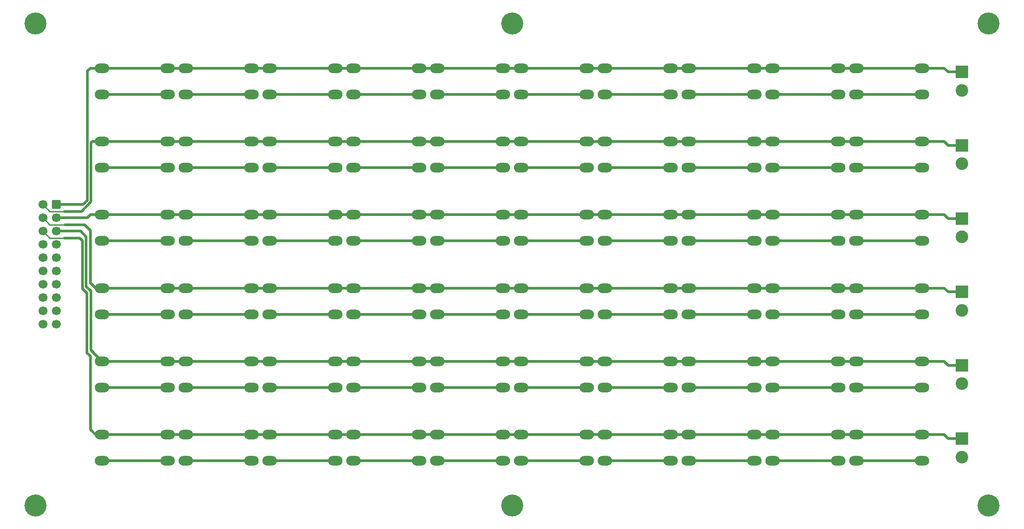
<source format=gtl>
%TF.GenerationSoftware,KiCad,Pcbnew,6.0.0-rc2-1.20211220git160328a.fc35*%
%TF.CreationDate,2022-01-03T09:57:56+00:00*%
%TF.ProjectId,Keypad_6x11,4b657970-6164-45f3-9678-31312e6b6963,rev?*%
%TF.SameCoordinates,Original*%
%TF.FileFunction,Copper,L1,Top*%
%TF.FilePolarity,Positive*%
%FSLAX46Y46*%
G04 Gerber Fmt 4.6, Leading zero omitted, Abs format (unit mm)*
G04 Created by KiCad (PCBNEW 6.0.0-rc2-1.20211220git160328a.fc35) date 2022-01-03 09:57:56*
%MOMM*%
%LPD*%
G01*
G04 APERTURE LIST*
G04 Aperture macros list*
%AMRoundRect*
0 Rectangle with rounded corners*
0 $1 Rounding radius*
0 $2 $3 $4 $5 $6 $7 $8 $9 X,Y pos of 4 corners*
0 Add a 4 corners polygon primitive as box body*
4,1,4,$2,$3,$4,$5,$6,$7,$8,$9,$2,$3,0*
0 Add four circle primitives for the rounded corners*
1,1,$1+$1,$2,$3*
1,1,$1+$1,$4,$5*
1,1,$1+$1,$6,$7*
1,1,$1+$1,$8,$9*
0 Add four rect primitives between the rounded corners*
20,1,$1+$1,$2,$3,$4,$5,0*
20,1,$1+$1,$4,$5,$6,$7,0*
20,1,$1+$1,$6,$7,$8,$9,0*
20,1,$1+$1,$8,$9,$2,$3,0*%
G04 Aperture macros list end*
%TA.AperFunction,ComponentPad*%
%ADD10O,2.750000X1.850000*%
%TD*%
%TA.AperFunction,ComponentPad*%
%ADD11C,4.201160*%
%TD*%
%TA.AperFunction,ComponentPad*%
%ADD12R,2.400000X2.400000*%
%TD*%
%TA.AperFunction,ComponentPad*%
%ADD13C,2.400000*%
%TD*%
%TA.AperFunction,ComponentPad*%
%ADD14RoundRect,0.250000X0.600000X0.600000X-0.600000X0.600000X-0.600000X-0.600000X0.600000X-0.600000X0*%
%TD*%
%TA.AperFunction,ComponentPad*%
%ADD15C,1.700000*%
%TD*%
%TA.AperFunction,Conductor*%
%ADD16C,0.500000*%
%TD*%
%TA.AperFunction,Conductor*%
%ADD17C,0.250000*%
%TD*%
G04 APERTURE END LIST*
D10*
X156250000Y-70500000D03*
X143750000Y-70500000D03*
X143750000Y-75500000D03*
X156250000Y-75500000D03*
X188250000Y-56500000D03*
X175750000Y-56500000D03*
X188250000Y-61500000D03*
X175750000Y-61500000D03*
X207750000Y-84500000D03*
X220250000Y-84500000D03*
X207750000Y-89500000D03*
X220250000Y-89500000D03*
X95750000Y-42500000D03*
X108250000Y-42500000D03*
X108250000Y-47500000D03*
X95750000Y-47500000D03*
X191750000Y-98500000D03*
X204250000Y-98500000D03*
X204250000Y-103500000D03*
X191750000Y-103500000D03*
X111750000Y-98500000D03*
X124250000Y-98500000D03*
X124250000Y-103500000D03*
X111750000Y-103500000D03*
X159750000Y-84500000D03*
X172250000Y-84500000D03*
X159750000Y-89500000D03*
X172250000Y-89500000D03*
X95750000Y-70500000D03*
X108250000Y-70500000D03*
X108250000Y-75500000D03*
X95750000Y-75500000D03*
X95750000Y-98500000D03*
X108250000Y-98500000D03*
X108250000Y-103500000D03*
X95750000Y-103500000D03*
X127750000Y-56500000D03*
X140250000Y-56500000D03*
X127750000Y-61500000D03*
X140250000Y-61500000D03*
X188250000Y-98500000D03*
X175750000Y-98500000D03*
X175750000Y-103500000D03*
X188250000Y-103500000D03*
X143750000Y-98500000D03*
X156250000Y-98500000D03*
X143750000Y-103500000D03*
X156250000Y-103500000D03*
X172250000Y-112500000D03*
X159750000Y-112500000D03*
X159750000Y-117500000D03*
X172250000Y-117500000D03*
X172250000Y-42500000D03*
X159750000Y-42500000D03*
X172250000Y-47500000D03*
X159750000Y-47500000D03*
X92250000Y-56500000D03*
X79750000Y-56500000D03*
X79750000Y-61500000D03*
X92250000Y-61500000D03*
X223750000Y-42500000D03*
X236250000Y-42500000D03*
X223750000Y-47500000D03*
X236250000Y-47500000D03*
X124250000Y-42500000D03*
X111750000Y-42500000D03*
X111750000Y-47500000D03*
X124250000Y-47500000D03*
D11*
X67000000Y-34000000D03*
D10*
X236250000Y-112500000D03*
X223750000Y-112500000D03*
X223750000Y-117500000D03*
X236250000Y-117500000D03*
X140250000Y-42500000D03*
X127750000Y-42500000D03*
X127750000Y-47500000D03*
X140250000Y-47500000D03*
X79750000Y-98500000D03*
X92250000Y-98500000D03*
X79750000Y-103500000D03*
X92250000Y-103500000D03*
X156250000Y-84500000D03*
X143750000Y-84500000D03*
X156250000Y-89500000D03*
X143750000Y-89500000D03*
D11*
X249000000Y-126000000D03*
X158000000Y-126000000D03*
D10*
X236250000Y-56500000D03*
X223750000Y-56500000D03*
X236250000Y-61500000D03*
X223750000Y-61500000D03*
X191750000Y-70500000D03*
X204250000Y-70500000D03*
X191750000Y-75500000D03*
X204250000Y-75500000D03*
X79750000Y-112500000D03*
X92250000Y-112500000D03*
X92250000Y-117500000D03*
X79750000Y-117500000D03*
X191750000Y-112500000D03*
X204250000Y-112500000D03*
X191750000Y-117500000D03*
X204250000Y-117500000D03*
X108250000Y-84500000D03*
X95750000Y-84500000D03*
X108250000Y-89500000D03*
X95750000Y-89500000D03*
X191750000Y-42500000D03*
X204250000Y-42500000D03*
X191750000Y-47500000D03*
X204250000Y-47500000D03*
X79750000Y-84500000D03*
X92250000Y-84500000D03*
X92250000Y-89500000D03*
X79750000Y-89500000D03*
X111750000Y-70500000D03*
X124250000Y-70500000D03*
X111750000Y-75500000D03*
X124250000Y-75500000D03*
X207750000Y-98500000D03*
X220250000Y-98500000D03*
X207750000Y-103500000D03*
X220250000Y-103500000D03*
X188250000Y-42500000D03*
X175750000Y-42500000D03*
X188250000Y-47500000D03*
X175750000Y-47500000D03*
X188250000Y-70500000D03*
X175750000Y-70500000D03*
X188250000Y-75500000D03*
X175750000Y-75500000D03*
X220250000Y-112500000D03*
X207750000Y-112500000D03*
X207750000Y-117500000D03*
X220250000Y-117500000D03*
D11*
X67000000Y-126000000D03*
D10*
X124250000Y-112500000D03*
X111750000Y-112500000D03*
X111750000Y-117500000D03*
X124250000Y-117500000D03*
X204250000Y-56500000D03*
X191750000Y-56500000D03*
X204250000Y-61500000D03*
X191750000Y-61500000D03*
X156250000Y-56500000D03*
X143750000Y-56500000D03*
X143750000Y-61500000D03*
X156250000Y-61500000D03*
X207750000Y-70500000D03*
X220250000Y-70500000D03*
X207750000Y-75500000D03*
X220250000Y-75500000D03*
X79750000Y-42500000D03*
X92250000Y-42500000D03*
X79750000Y-47500000D03*
X92250000Y-47500000D03*
X140250000Y-112500000D03*
X127750000Y-112500000D03*
X140250000Y-117500000D03*
X127750000Y-117500000D03*
X124250000Y-84500000D03*
X111750000Y-84500000D03*
X111750000Y-89500000D03*
X124250000Y-89500000D03*
X223750000Y-70500000D03*
X236250000Y-70500000D03*
X236250000Y-75500000D03*
X223750000Y-75500000D03*
X172250000Y-56500000D03*
X159750000Y-56500000D03*
X172250000Y-61500000D03*
X159750000Y-61500000D03*
X79750000Y-70500000D03*
X92250000Y-70500000D03*
X79750000Y-75500000D03*
X92250000Y-75500000D03*
X143750000Y-42500000D03*
X156250000Y-42500000D03*
X143750000Y-47500000D03*
X156250000Y-47500000D03*
X175750000Y-84500000D03*
X188250000Y-84500000D03*
X188250000Y-89500000D03*
X175750000Y-89500000D03*
X140250000Y-70500000D03*
X127750000Y-70500000D03*
X127750000Y-75500000D03*
X140250000Y-75500000D03*
D11*
X158000000Y-34000000D03*
D10*
X172250000Y-98500000D03*
X159750000Y-98500000D03*
X159750000Y-103500000D03*
X172250000Y-103500000D03*
X140250000Y-98500000D03*
X127750000Y-98500000D03*
X140250000Y-103500000D03*
X127750000Y-103500000D03*
D11*
X249000000Y-34000000D03*
D10*
X95750000Y-112500000D03*
X108250000Y-112500000D03*
X108250000Y-117500000D03*
X95750000Y-117500000D03*
X156250000Y-112500000D03*
X143750000Y-112500000D03*
X143750000Y-117500000D03*
X156250000Y-117500000D03*
X95750000Y-56500000D03*
X108250000Y-56500000D03*
X95750000Y-61500000D03*
X108250000Y-61500000D03*
X124250000Y-56500000D03*
X111750000Y-56500000D03*
X111750000Y-61500000D03*
X124250000Y-61500000D03*
X220250000Y-42500000D03*
X207750000Y-42500000D03*
X207750000Y-47500000D03*
X220250000Y-47500000D03*
X159750000Y-70500000D03*
X172250000Y-70500000D03*
X159750000Y-75500000D03*
X172250000Y-75500000D03*
X191750000Y-84500000D03*
X204250000Y-84500000D03*
X191750000Y-89500000D03*
X204250000Y-89500000D03*
X140250000Y-84500000D03*
X127750000Y-84500000D03*
X140250000Y-89500000D03*
X127750000Y-89500000D03*
X175750000Y-112500000D03*
X188250000Y-112500000D03*
X188250000Y-117500000D03*
X175750000Y-117500000D03*
X207750000Y-56500000D03*
X220250000Y-56500000D03*
X207750000Y-61500000D03*
X220250000Y-61500000D03*
X223750000Y-98500000D03*
X236250000Y-98500000D03*
X223750000Y-103500000D03*
X236250000Y-103500000D03*
X236250000Y-84500000D03*
X223750000Y-84500000D03*
X223750000Y-89500000D03*
X236250000Y-89500000D03*
D12*
X243900000Y-43250000D03*
D13*
X243900000Y-46750000D03*
D12*
X243900000Y-57250000D03*
D13*
X243900000Y-60750000D03*
D12*
X243900000Y-113250000D03*
D13*
X243900000Y-116750000D03*
D12*
X243900000Y-99250000D03*
D13*
X243900000Y-102750000D03*
D12*
X243900000Y-71250000D03*
D13*
X243900000Y-74750000D03*
D14*
X71000000Y-68570000D03*
D15*
X68460000Y-68570000D03*
X71000000Y-71110000D03*
X68460000Y-71110000D03*
X71000000Y-73650000D03*
X68460000Y-73650000D03*
X71000000Y-76190000D03*
X68460000Y-76190000D03*
X71000000Y-78730000D03*
X68460000Y-78730000D03*
X71000000Y-81270000D03*
X68460000Y-81270000D03*
X71000000Y-83810000D03*
X68460000Y-83810000D03*
X71000000Y-86350000D03*
X68460000Y-86350000D03*
X71000000Y-88890000D03*
X68460000Y-88890000D03*
X71000000Y-91430000D03*
X68460000Y-91430000D03*
D12*
X243900000Y-85250000D03*
D13*
X243900000Y-88750000D03*
D16*
X79750000Y-47500000D02*
X92250000Y-47500000D01*
X95750000Y-47500000D02*
X108250000Y-47500000D01*
X111750000Y-47500000D02*
X124250000Y-47500000D01*
X127750000Y-47500000D02*
X140250000Y-47500000D01*
X143750000Y-47500000D02*
X156250000Y-47500000D01*
X159750000Y-47500000D02*
X172250000Y-47500000D01*
X175750000Y-47500000D02*
X188250000Y-47500000D01*
X191750000Y-47500000D02*
X204250000Y-47500000D01*
X207750000Y-47500000D02*
X220250000Y-47500000D01*
X223750000Y-47500000D02*
X236250000Y-47500000D01*
X92250000Y-61500000D02*
X79750000Y-61500000D01*
X108250000Y-61500000D02*
X95750000Y-61500000D01*
X124250000Y-61500000D02*
X111750000Y-61500000D01*
X140250000Y-61500000D02*
X127750000Y-61500000D01*
X143750000Y-61500000D02*
X156250000Y-61500000D01*
X159750000Y-61500000D02*
X172250000Y-61500000D01*
X175750000Y-61500000D02*
X188250000Y-61500000D01*
X191750000Y-61500000D02*
X204250000Y-61500000D01*
X207750000Y-61500000D02*
X220250000Y-61500000D01*
X223750000Y-61500000D02*
X236250000Y-61500000D01*
X79750000Y-75500000D02*
X92250000Y-75500000D01*
X95750000Y-75500000D02*
X108250000Y-75500000D01*
X111750000Y-75500000D02*
X124250000Y-75500000D01*
X140250000Y-75500000D02*
X127750000Y-75500000D01*
X156250000Y-75500000D02*
X143750000Y-75500000D01*
X172250000Y-75500000D02*
X159750000Y-75500000D01*
X188250000Y-75500000D02*
X175750000Y-75500000D01*
X204250000Y-75500000D02*
X191750000Y-75500000D01*
X220250000Y-75500000D02*
X207750000Y-75500000D01*
X236250000Y-75500000D02*
X223750000Y-75500000D01*
X92250000Y-89500000D02*
X79750000Y-89500000D01*
X108250000Y-89500000D02*
X95750000Y-89500000D01*
X124250000Y-89500000D02*
X111750000Y-89500000D01*
X140250000Y-89500000D02*
X127750000Y-89500000D01*
X156250000Y-89500000D02*
X143750000Y-89500000D01*
X159750000Y-89500000D02*
X172250000Y-89500000D01*
X175750000Y-89500000D02*
X188250000Y-89500000D01*
X191750000Y-89500000D02*
X204250000Y-89500000D01*
X207750000Y-89500000D02*
X220250000Y-89500000D01*
X223750000Y-89500000D02*
X236250000Y-89500000D01*
X79750000Y-103500000D02*
X92250000Y-103500000D01*
X95750000Y-103500000D02*
X108250000Y-103500000D01*
X111750000Y-103500000D02*
X124250000Y-103500000D01*
X127750000Y-103500000D02*
X140250000Y-103500000D01*
X143750000Y-103500000D02*
X156250000Y-103500000D01*
X159750000Y-103500000D02*
X172250000Y-103500000D01*
X188250000Y-103500000D02*
X175750000Y-103500000D01*
X191750000Y-103500000D02*
X204250000Y-103500000D01*
X207750000Y-103500000D02*
X220250000Y-103500000D01*
X223750000Y-103500000D02*
X236250000Y-103500000D01*
X92250000Y-117500000D02*
X79750000Y-117500000D01*
X108250000Y-117500000D02*
X95750000Y-117500000D01*
X124250000Y-117500000D02*
X111750000Y-117500000D01*
X140250000Y-117500000D02*
X127750000Y-117500000D01*
X156250000Y-117500000D02*
X143750000Y-117500000D01*
X172250000Y-117500000D02*
X159750000Y-117500000D01*
X175750000Y-117500000D02*
X188250000Y-117500000D01*
X204250000Y-117500000D02*
X191750000Y-117500000D01*
X220250000Y-117500000D02*
X207750000Y-117500000D01*
X236250000Y-117500000D02*
X223750000Y-117500000D01*
X108250000Y-42500000D02*
X95750000Y-42500000D01*
X76925480Y-67762026D02*
X76925480Y-43074520D01*
X188250000Y-42500000D02*
X175750000Y-42500000D01*
X207750000Y-42500000D02*
X204250000Y-42500000D01*
X95750000Y-42500000D02*
X92250000Y-42500000D01*
X111750000Y-42500000D02*
X108250000Y-42500000D01*
X76925480Y-43074520D02*
X77500000Y-42500000D01*
X204250000Y-42500000D02*
X191750000Y-42500000D01*
X156250000Y-42500000D02*
X143750000Y-42500000D01*
X140250000Y-42500000D02*
X127750000Y-42500000D01*
X92250000Y-42500000D02*
X79750000Y-42500000D01*
X223750000Y-42500000D02*
X220250000Y-42500000D01*
X127750000Y-42500000D02*
X124250000Y-42500000D01*
X191750000Y-42500000D02*
X188250000Y-42500000D01*
X240500000Y-42500000D02*
X236250000Y-42500000D01*
X172250000Y-42500000D02*
X175750000Y-42500000D01*
X124250000Y-42500000D02*
X111750000Y-42500000D01*
X77500000Y-42500000D02*
X79750000Y-42500000D01*
X156250000Y-42500000D02*
X159750000Y-42500000D01*
X76117506Y-68570000D02*
X76925480Y-67762026D01*
X243900000Y-43250000D02*
X241250000Y-43250000D01*
X143750000Y-42500000D02*
X140250000Y-42500000D01*
X236250000Y-42500000D02*
X223750000Y-42500000D01*
X241250000Y-43250000D02*
X240500000Y-42500000D01*
X71000000Y-68570000D02*
X76117506Y-68570000D01*
X159750000Y-42500000D02*
X172250000Y-42500000D01*
X220250000Y-42500000D02*
X207750000Y-42500000D01*
X240500000Y-56500000D02*
X236250000Y-56500000D01*
X92250000Y-56500000D02*
X79750000Y-56500000D01*
X108250000Y-56500000D02*
X95750000Y-56500000D01*
X172250000Y-56500000D02*
X175750000Y-56500000D01*
X111750000Y-56500000D02*
X108250000Y-56500000D01*
X75826776Y-69850000D02*
X77624999Y-68051777D01*
X77625000Y-56750000D02*
X77875000Y-56500000D01*
X127750000Y-56500000D02*
X124250000Y-56500000D01*
X143750000Y-56500000D02*
X140250000Y-56500000D01*
X241250000Y-57250000D02*
X240500000Y-56500000D01*
D17*
X69740000Y-69850000D02*
X68460000Y-68570000D01*
D16*
X156250000Y-56500000D02*
X159750000Y-56500000D01*
X159750000Y-56500000D02*
X172250000Y-56500000D01*
X140250000Y-56500000D02*
X127750000Y-56500000D01*
X124250000Y-56500000D02*
X111750000Y-56500000D01*
X243900000Y-57250000D02*
X241250000Y-57250000D01*
X175750000Y-56500000D02*
X188250000Y-56500000D01*
X77624999Y-68051777D02*
X77625000Y-56750000D01*
X72500000Y-69850000D02*
X75826776Y-69850000D01*
X191750000Y-56500000D02*
X204250000Y-56500000D01*
X188250000Y-56500000D02*
X191750000Y-56500000D01*
X77875000Y-56500000D02*
X79750000Y-56500000D01*
X95750000Y-56500000D02*
X92250000Y-56500000D01*
D17*
X72500000Y-69850000D02*
X69740000Y-69850000D01*
D16*
X223750000Y-56500000D02*
X220250000Y-56500000D01*
X236250000Y-56500000D02*
X223750000Y-56500000D01*
X207750000Y-56500000D02*
X204250000Y-56500000D01*
X220250000Y-56500000D02*
X207750000Y-56500000D01*
X156250000Y-56500000D02*
X143750000Y-56500000D01*
X172250000Y-70500000D02*
X175750000Y-70500000D01*
X143750000Y-70500000D02*
X140250000Y-70500000D01*
X95750000Y-70500000D02*
X92250000Y-70500000D01*
X241250000Y-71250000D02*
X240500000Y-70500000D01*
X223750000Y-70500000D02*
X220250000Y-70500000D01*
X159750000Y-70500000D02*
X172250000Y-70500000D01*
X92250000Y-70500000D02*
X79750000Y-70500000D01*
X124250000Y-70500000D02*
X111750000Y-70500000D01*
X140250000Y-70500000D02*
X127750000Y-70500000D01*
X156250000Y-70500000D02*
X159750000Y-70500000D01*
X220250000Y-70500000D02*
X207750000Y-70500000D01*
X127750000Y-70500000D02*
X124250000Y-70500000D01*
X240500000Y-70500000D02*
X236250000Y-70500000D01*
X191750000Y-70500000D02*
X188250000Y-70500000D01*
X71000000Y-71110000D02*
X76890000Y-71110000D01*
X77500000Y-70500000D02*
X79750000Y-70500000D01*
X111750000Y-70500000D02*
X108250000Y-70500000D01*
X108250000Y-70500000D02*
X95750000Y-70500000D01*
X76890000Y-71110000D02*
X77500000Y-70500000D01*
X207750000Y-70500000D02*
X204250000Y-70500000D01*
X236250000Y-70500000D02*
X223750000Y-70500000D01*
X156250000Y-70500000D02*
X143750000Y-70500000D01*
X204250000Y-70500000D02*
X191750000Y-70500000D01*
X188250000Y-70500000D02*
X175750000Y-70500000D01*
X243900000Y-71250000D02*
X241250000Y-71250000D01*
X72600000Y-72400000D02*
X76400000Y-72400000D01*
X111750000Y-84500000D02*
X108250000Y-84500000D01*
X108250000Y-84500000D02*
X95750000Y-84500000D01*
D17*
X69750000Y-72400000D02*
X68460000Y-71110000D01*
D16*
X207750000Y-84500000D02*
X204500000Y-84500000D01*
X240500000Y-84500000D02*
X236250000Y-84500000D01*
X124250000Y-84500000D02*
X111750000Y-84500000D01*
X78500000Y-84500000D02*
X79750000Y-84500000D01*
X204250000Y-84500000D02*
X191750000Y-84500000D01*
X220250000Y-84500000D02*
X207750000Y-84500000D01*
X95750000Y-84500000D02*
X92250000Y-84500000D01*
X236250000Y-84500000D02*
X223750000Y-84500000D01*
X143750000Y-84500000D02*
X140250000Y-84500000D01*
X140250000Y-84500000D02*
X127750000Y-84500000D01*
X241250000Y-85250000D02*
X240500000Y-84500000D01*
X76400000Y-72400000D02*
X77500000Y-73500000D01*
X188250000Y-84500000D02*
X175750000Y-84500000D01*
X159750000Y-84500000D02*
X172250000Y-84500000D01*
D17*
X72400000Y-72400000D02*
X69750000Y-72400000D01*
D16*
X127750000Y-84500000D02*
X124250000Y-84500000D01*
X156250000Y-84500000D02*
X143750000Y-84500000D01*
X191750000Y-84500000D02*
X188250000Y-84500000D01*
X77500000Y-73500000D02*
X77500000Y-83500000D01*
X223750000Y-84500000D02*
X220250000Y-84500000D01*
X172250000Y-84500000D02*
X175750000Y-84500000D01*
X77500000Y-83500000D02*
X78500000Y-84500000D01*
X92250000Y-84500000D02*
X79750000Y-84500000D01*
X156250000Y-84500000D02*
X159750000Y-84500000D01*
X243900000Y-85250000D02*
X241250000Y-85250000D01*
X76699520Y-74699520D02*
X76699520Y-84199520D01*
X75650000Y-73650000D02*
X76699520Y-74699520D01*
X95750000Y-98500000D02*
X92250000Y-98500000D01*
X172250000Y-98500000D02*
X175750000Y-98500000D01*
X71000000Y-73650000D02*
X75650000Y-73650000D01*
X108250000Y-98500000D02*
X95750000Y-98500000D01*
X77574519Y-96324519D02*
X79750000Y-98500000D01*
X188250000Y-98500000D02*
X175750000Y-98500000D01*
X124250000Y-98500000D02*
X111750000Y-98500000D01*
X76699520Y-84199520D02*
X77574519Y-85074519D01*
X156250000Y-98500000D02*
X143750000Y-98500000D01*
X111750000Y-98500000D02*
X108250000Y-98500000D01*
X204250000Y-98500000D02*
X191750000Y-98500000D01*
X140250000Y-98500000D02*
X127750000Y-98500000D01*
X156250000Y-98500000D02*
X159750000Y-98500000D01*
X143750000Y-98500000D02*
X140250000Y-98500000D01*
X191750000Y-98500000D02*
X188250000Y-98500000D01*
X159750000Y-98500000D02*
X172250000Y-98500000D01*
X127750000Y-98500000D02*
X124250000Y-98500000D01*
X243900000Y-99250000D02*
X241250000Y-99250000D01*
X92250000Y-98500000D02*
X79750000Y-98500000D01*
X223750000Y-98500000D02*
X220250000Y-98500000D01*
X240500000Y-98500000D02*
X236250000Y-98500000D01*
X207750000Y-98500000D02*
X204250000Y-98500000D01*
D17*
X79500000Y-98500000D02*
X77500000Y-96500000D01*
D16*
X241250000Y-99250000D02*
X240500000Y-98500000D01*
X236250000Y-98500000D02*
X223750000Y-98500000D01*
X77574519Y-85074519D02*
X77574519Y-96324519D01*
X220250000Y-98500000D02*
X207750000Y-98500000D01*
D17*
X79750000Y-98500000D02*
X79500000Y-98500000D01*
D16*
X92250000Y-112500000D02*
X79750000Y-112500000D01*
X72500000Y-74950000D02*
X75450000Y-74950000D01*
D17*
X69760000Y-74950000D02*
X72500000Y-74950000D01*
D16*
X75450000Y-74950000D02*
X76000000Y-75500000D01*
D17*
X68460000Y-73650000D02*
X69760000Y-74950000D01*
D16*
X188250000Y-112500000D02*
X175750000Y-112500000D01*
X241250000Y-113250000D02*
X240500000Y-112500000D01*
X77500000Y-111500000D02*
X78500000Y-112500000D01*
X78500000Y-112500000D02*
X79750000Y-112500000D01*
X175750000Y-112500000D02*
X172250000Y-112500000D01*
X207750000Y-112500000D02*
X204250000Y-112500000D01*
X76874999Y-85500000D02*
X76874999Y-96874999D01*
X143750000Y-112500000D02*
X140250000Y-112500000D01*
X76000000Y-84625001D02*
X76874999Y-85500000D01*
X140250000Y-112500000D02*
X127750000Y-112500000D01*
X77500000Y-97500000D02*
X77500000Y-111500000D01*
X220250000Y-112500000D02*
X207750000Y-112500000D01*
X156250000Y-112500000D02*
X143750000Y-112500000D01*
X124250000Y-112500000D02*
X111750000Y-112500000D01*
X236250000Y-112500000D02*
X223750000Y-112500000D01*
X243900000Y-113250000D02*
X241250000Y-113250000D01*
X191750000Y-112500000D02*
X188250000Y-112500000D01*
X76874999Y-96874999D02*
X77500000Y-97500000D01*
X111750000Y-112500000D02*
X108250000Y-112500000D01*
X76000000Y-75500000D02*
X76000000Y-84625001D01*
X95750000Y-112500000D02*
X92250000Y-112500000D01*
X240500000Y-112500000D02*
X236250000Y-112500000D01*
X204250000Y-112500000D02*
X191750000Y-112500000D01*
X159750000Y-112500000D02*
X156250000Y-112500000D01*
X127750000Y-112500000D02*
X124250000Y-112500000D01*
X223750000Y-112500000D02*
X220250000Y-112500000D01*
X172250000Y-112500000D02*
X159750000Y-112500000D01*
X108250000Y-112500000D02*
X95750000Y-112500000D01*
M02*

</source>
